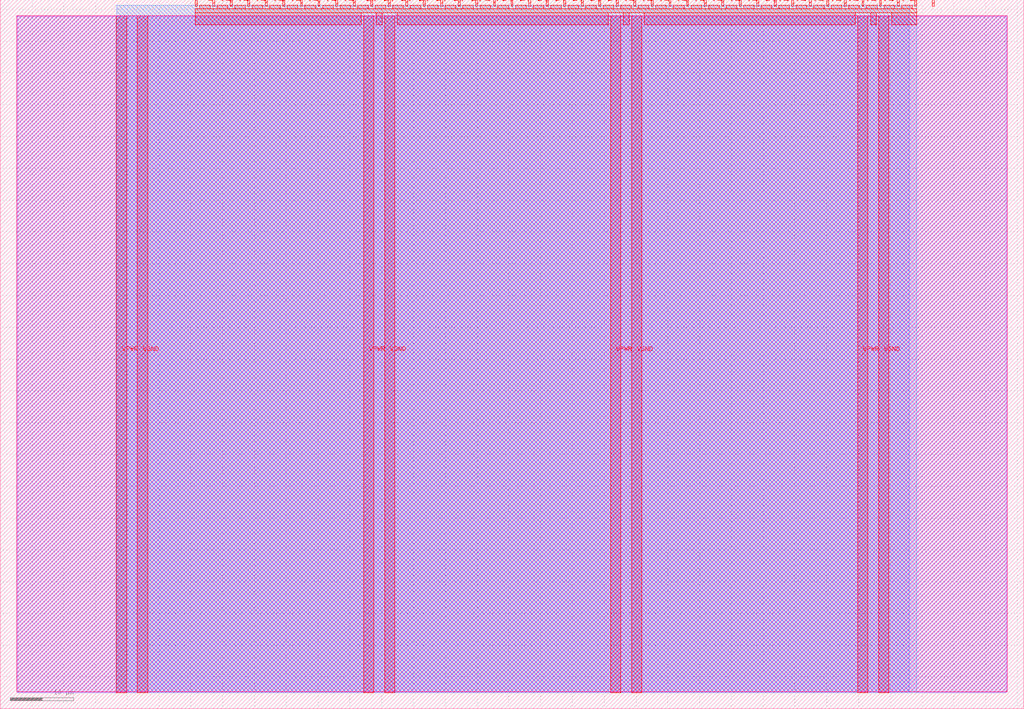
<source format=lef>
VERSION 5.7 ;
  NOWIREEXTENSIONATPIN ON ;
  DIVIDERCHAR "/" ;
  BUSBITCHARS "[]" ;
MACRO tt_um_wokwi_442983461306274817
  CLASS BLOCK ;
  FOREIGN tt_um_wokwi_442983461306274817 ;
  ORIGIN 0.000 0.000 ;
  SIZE 161.000 BY 111.520 ;
  PIN VGND
    DIRECTION INOUT ;
    USE GROUND ;
    PORT
      LAYER met4 ;
        RECT 21.580 2.480 23.180 109.040 ;
    END
    PORT
      LAYER met4 ;
        RECT 60.450 2.480 62.050 109.040 ;
    END
    PORT
      LAYER met4 ;
        RECT 99.320 2.480 100.920 109.040 ;
    END
    PORT
      LAYER met4 ;
        RECT 138.190 2.480 139.790 109.040 ;
    END
  END VGND
  PIN VPWR
    DIRECTION INOUT ;
    USE POWER ;
    PORT
      LAYER met4 ;
        RECT 18.280 2.480 19.880 109.040 ;
    END
    PORT
      LAYER met4 ;
        RECT 57.150 2.480 58.750 109.040 ;
    END
    PORT
      LAYER met4 ;
        RECT 96.020 2.480 97.620 109.040 ;
    END
    PORT
      LAYER met4 ;
        RECT 134.890 2.480 136.490 109.040 ;
    END
  END VPWR
  PIN clk
    DIRECTION INPUT ;
    USE SIGNAL ;
    ANTENNAGATEAREA 0.159000 ;
    PORT
      LAYER met4 ;
        RECT 143.830 110.520 144.130 111.520 ;
    END
  END clk
  PIN ena
    DIRECTION INPUT ;
    USE SIGNAL ;
    PORT
      LAYER met4 ;
        RECT 146.590 110.520 146.890 111.520 ;
    END
  END ena
  PIN rst_n
    DIRECTION INPUT ;
    USE SIGNAL ;
    PORT
      LAYER met4 ;
        RECT 141.070 110.520 141.370 111.520 ;
    END
  END rst_n
  PIN ui_in[0]
    DIRECTION INPUT ;
    USE SIGNAL ;
    ANTENNAGATEAREA 0.196500 ;
    PORT
      LAYER met4 ;
        RECT 138.310 110.520 138.610 111.520 ;
    END
  END ui_in[0]
  PIN ui_in[1]
    DIRECTION INPUT ;
    USE SIGNAL ;
    ANTENNAGATEAREA 0.196500 ;
    PORT
      LAYER met4 ;
        RECT 135.550 110.520 135.850 111.520 ;
    END
  END ui_in[1]
  PIN ui_in[2]
    DIRECTION INPUT ;
    USE SIGNAL ;
    ANTENNAGATEAREA 0.196500 ;
    PORT
      LAYER met4 ;
        RECT 132.790 110.520 133.090 111.520 ;
    END
  END ui_in[2]
  PIN ui_in[3]
    DIRECTION INPUT ;
    USE SIGNAL ;
    PORT
      LAYER met4 ;
        RECT 130.030 110.520 130.330 111.520 ;
    END
  END ui_in[3]
  PIN ui_in[4]
    DIRECTION INPUT ;
    USE SIGNAL ;
    ANTENNAGATEAREA 0.196500 ;
    PORT
      LAYER met4 ;
        RECT 127.270 110.520 127.570 111.520 ;
    END
  END ui_in[4]
  PIN ui_in[5]
    DIRECTION INPUT ;
    USE SIGNAL ;
    PORT
      LAYER met4 ;
        RECT 124.510 110.520 124.810 111.520 ;
    END
  END ui_in[5]
  PIN ui_in[6]
    DIRECTION INPUT ;
    USE SIGNAL ;
    ANTENNAGATEAREA 0.196500 ;
    PORT
      LAYER met4 ;
        RECT 121.750 110.520 122.050 111.520 ;
    END
  END ui_in[6]
  PIN ui_in[7]
    DIRECTION INPUT ;
    USE SIGNAL ;
    PORT
      LAYER met4 ;
        RECT 118.990 110.520 119.290 111.520 ;
    END
  END ui_in[7]
  PIN uio_in[0]
    DIRECTION INPUT ;
    USE SIGNAL ;
    PORT
      LAYER met4 ;
        RECT 116.230 110.520 116.530 111.520 ;
    END
  END uio_in[0]
  PIN uio_in[1]
    DIRECTION INPUT ;
    USE SIGNAL ;
    PORT
      LAYER met4 ;
        RECT 113.470 110.520 113.770 111.520 ;
    END
  END uio_in[1]
  PIN uio_in[2]
    DIRECTION INPUT ;
    USE SIGNAL ;
    PORT
      LAYER met4 ;
        RECT 110.710 110.520 111.010 111.520 ;
    END
  END uio_in[2]
  PIN uio_in[3]
    DIRECTION INPUT ;
    USE SIGNAL ;
    PORT
      LAYER met4 ;
        RECT 107.950 110.520 108.250 111.520 ;
    END
  END uio_in[3]
  PIN uio_in[4]
    DIRECTION INPUT ;
    USE SIGNAL ;
    PORT
      LAYER met4 ;
        RECT 105.190 110.520 105.490 111.520 ;
    END
  END uio_in[4]
  PIN uio_in[5]
    DIRECTION INPUT ;
    USE SIGNAL ;
    PORT
      LAYER met4 ;
        RECT 102.430 110.520 102.730 111.520 ;
    END
  END uio_in[5]
  PIN uio_in[6]
    DIRECTION INPUT ;
    USE SIGNAL ;
    PORT
      LAYER met4 ;
        RECT 99.670 110.520 99.970 111.520 ;
    END
  END uio_in[6]
  PIN uio_in[7]
    DIRECTION INPUT ;
    USE SIGNAL ;
    PORT
      LAYER met4 ;
        RECT 96.910 110.520 97.210 111.520 ;
    END
  END uio_in[7]
  PIN uio_oe[0]
    DIRECTION OUTPUT ;
    USE SIGNAL ;
    PORT
      LAYER met4 ;
        RECT 49.990 110.520 50.290 111.520 ;
    END
  END uio_oe[0]
  PIN uio_oe[1]
    DIRECTION OUTPUT ;
    USE SIGNAL ;
    PORT
      LAYER met4 ;
        RECT 47.230 110.520 47.530 111.520 ;
    END
  END uio_oe[1]
  PIN uio_oe[2]
    DIRECTION OUTPUT ;
    USE SIGNAL ;
    PORT
      LAYER met4 ;
        RECT 44.470 110.520 44.770 111.520 ;
    END
  END uio_oe[2]
  PIN uio_oe[3]
    DIRECTION OUTPUT ;
    USE SIGNAL ;
    PORT
      LAYER met4 ;
        RECT 41.710 110.520 42.010 111.520 ;
    END
  END uio_oe[3]
  PIN uio_oe[4]
    DIRECTION OUTPUT ;
    USE SIGNAL ;
    PORT
      LAYER met4 ;
        RECT 38.950 110.520 39.250 111.520 ;
    END
  END uio_oe[4]
  PIN uio_oe[5]
    DIRECTION OUTPUT ;
    USE SIGNAL ;
    PORT
      LAYER met4 ;
        RECT 36.190 110.520 36.490 111.520 ;
    END
  END uio_oe[5]
  PIN uio_oe[6]
    DIRECTION OUTPUT ;
    USE SIGNAL ;
    PORT
      LAYER met4 ;
        RECT 33.430 110.520 33.730 111.520 ;
    END
  END uio_oe[6]
  PIN uio_oe[7]
    DIRECTION OUTPUT ;
    USE SIGNAL ;
    PORT
      LAYER met4 ;
        RECT 30.670 110.520 30.970 111.520 ;
    END
  END uio_oe[7]
  PIN uio_out[0]
    DIRECTION OUTPUT ;
    USE SIGNAL ;
    PORT
      LAYER met4 ;
        RECT 72.070 110.520 72.370 111.520 ;
    END
  END uio_out[0]
  PIN uio_out[1]
    DIRECTION OUTPUT ;
    USE SIGNAL ;
    PORT
      LAYER met4 ;
        RECT 69.310 110.520 69.610 111.520 ;
    END
  END uio_out[1]
  PIN uio_out[2]
    DIRECTION OUTPUT ;
    USE SIGNAL ;
    PORT
      LAYER met4 ;
        RECT 66.550 110.520 66.850 111.520 ;
    END
  END uio_out[2]
  PIN uio_out[3]
    DIRECTION OUTPUT ;
    USE SIGNAL ;
    PORT
      LAYER met4 ;
        RECT 63.790 110.520 64.090 111.520 ;
    END
  END uio_out[3]
  PIN uio_out[4]
    DIRECTION OUTPUT ;
    USE SIGNAL ;
    PORT
      LAYER met4 ;
        RECT 61.030 110.520 61.330 111.520 ;
    END
  END uio_out[4]
  PIN uio_out[5]
    DIRECTION OUTPUT ;
    USE SIGNAL ;
    PORT
      LAYER met4 ;
        RECT 58.270 110.520 58.570 111.520 ;
    END
  END uio_out[5]
  PIN uio_out[6]
    DIRECTION OUTPUT ;
    USE SIGNAL ;
    PORT
      LAYER met4 ;
        RECT 55.510 110.520 55.810 111.520 ;
    END
  END uio_out[6]
  PIN uio_out[7]
    DIRECTION OUTPUT ;
    USE SIGNAL ;
    PORT
      LAYER met4 ;
        RECT 52.750 110.520 53.050 111.520 ;
    END
  END uio_out[7]
  PIN uo_out[0]
    DIRECTION OUTPUT ;
    USE SIGNAL ;
    ANTENNADIFFAREA 0.445500 ;
    PORT
      LAYER met4 ;
        RECT 94.150 110.520 94.450 111.520 ;
    END
  END uo_out[0]
  PIN uo_out[1]
    DIRECTION OUTPUT ;
    USE SIGNAL ;
    PORT
      LAYER met4 ;
        RECT 91.390 110.520 91.690 111.520 ;
    END
  END uo_out[1]
  PIN uo_out[2]
    DIRECTION OUTPUT ;
    USE SIGNAL ;
    PORT
      LAYER met4 ;
        RECT 88.630 110.520 88.930 111.520 ;
    END
  END uo_out[2]
  PIN uo_out[3]
    DIRECTION OUTPUT ;
    USE SIGNAL ;
    PORT
      LAYER met4 ;
        RECT 85.870 110.520 86.170 111.520 ;
    END
  END uo_out[3]
  PIN uo_out[4]
    DIRECTION OUTPUT ;
    USE SIGNAL ;
    ANTENNADIFFAREA 0.445500 ;
    PORT
      LAYER met4 ;
        RECT 83.110 110.520 83.410 111.520 ;
    END
  END uo_out[4]
  PIN uo_out[5]
    DIRECTION OUTPUT ;
    USE SIGNAL ;
    ANTENNADIFFAREA 0.445500 ;
    PORT
      LAYER met4 ;
        RECT 80.350 110.520 80.650 111.520 ;
    END
  END uo_out[5]
  PIN uo_out[6]
    DIRECTION OUTPUT ;
    USE SIGNAL ;
    ANTENNADIFFAREA 0.445500 ;
    PORT
      LAYER met4 ;
        RECT 77.590 110.520 77.890 111.520 ;
    END
  END uo_out[6]
  PIN uo_out[7]
    DIRECTION OUTPUT ;
    USE SIGNAL ;
    PORT
      LAYER met4 ;
        RECT 74.830 110.520 75.130 111.520 ;
    END
  END uo_out[7]
  OBS
      LAYER nwell ;
        RECT 2.570 2.635 158.430 108.990 ;
      LAYER li1 ;
        RECT 2.760 2.635 158.240 108.885 ;
      LAYER met1 ;
        RECT 2.760 2.480 158.240 109.040 ;
      LAYER met2 ;
        RECT 18.310 2.535 142.970 110.685 ;
      LAYER met3 ;
        RECT 18.290 2.555 144.170 110.665 ;
      LAYER met4 ;
        RECT 31.370 110.120 33.030 110.665 ;
        RECT 34.130 110.120 35.790 110.665 ;
        RECT 36.890 110.120 38.550 110.665 ;
        RECT 39.650 110.120 41.310 110.665 ;
        RECT 42.410 110.120 44.070 110.665 ;
        RECT 45.170 110.120 46.830 110.665 ;
        RECT 47.930 110.120 49.590 110.665 ;
        RECT 50.690 110.120 52.350 110.665 ;
        RECT 53.450 110.120 55.110 110.665 ;
        RECT 56.210 110.120 57.870 110.665 ;
        RECT 58.970 110.120 60.630 110.665 ;
        RECT 61.730 110.120 63.390 110.665 ;
        RECT 64.490 110.120 66.150 110.665 ;
        RECT 67.250 110.120 68.910 110.665 ;
        RECT 70.010 110.120 71.670 110.665 ;
        RECT 72.770 110.120 74.430 110.665 ;
        RECT 75.530 110.120 77.190 110.665 ;
        RECT 78.290 110.120 79.950 110.665 ;
        RECT 81.050 110.120 82.710 110.665 ;
        RECT 83.810 110.120 85.470 110.665 ;
        RECT 86.570 110.120 88.230 110.665 ;
        RECT 89.330 110.120 90.990 110.665 ;
        RECT 92.090 110.120 93.750 110.665 ;
        RECT 94.850 110.120 96.510 110.665 ;
        RECT 97.610 110.120 99.270 110.665 ;
        RECT 100.370 110.120 102.030 110.665 ;
        RECT 103.130 110.120 104.790 110.665 ;
        RECT 105.890 110.120 107.550 110.665 ;
        RECT 108.650 110.120 110.310 110.665 ;
        RECT 111.410 110.120 113.070 110.665 ;
        RECT 114.170 110.120 115.830 110.665 ;
        RECT 116.930 110.120 118.590 110.665 ;
        RECT 119.690 110.120 121.350 110.665 ;
        RECT 122.450 110.120 124.110 110.665 ;
        RECT 125.210 110.120 126.870 110.665 ;
        RECT 127.970 110.120 129.630 110.665 ;
        RECT 130.730 110.120 132.390 110.665 ;
        RECT 133.490 110.120 135.150 110.665 ;
        RECT 136.250 110.120 137.910 110.665 ;
        RECT 139.010 110.120 140.670 110.665 ;
        RECT 141.770 110.120 143.430 110.665 ;
        RECT 30.655 109.440 144.145 110.120 ;
        RECT 30.655 107.615 56.750 109.440 ;
        RECT 59.150 107.615 60.050 109.440 ;
        RECT 62.450 107.615 95.620 109.440 ;
        RECT 98.020 107.615 98.920 109.440 ;
        RECT 101.320 107.615 134.490 109.440 ;
        RECT 136.890 107.615 137.790 109.440 ;
        RECT 140.190 107.615 144.145 109.440 ;
  END
END tt_um_wokwi_442983461306274817
END LIBRARY


</source>
